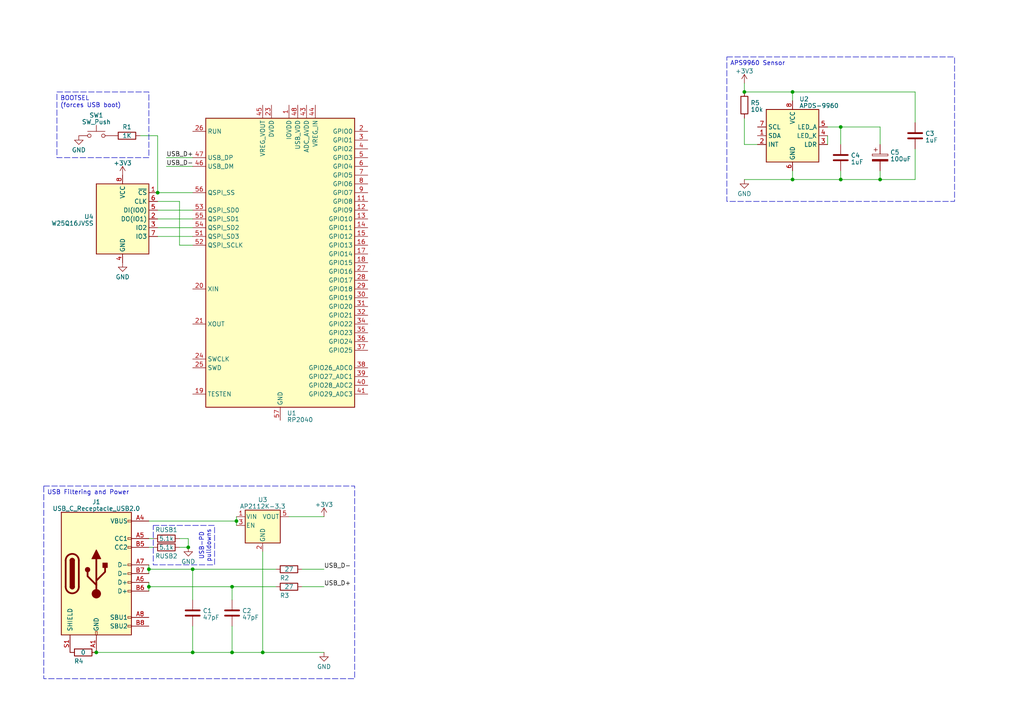
<source format=kicad_sch>
(kicad_sch (version 20230121) (generator eeschema)
  (paper "A4")
  (title_block (title "DesktopSensorHub") (date "2023-03-22") (rev "v1") (company "Cole Gerdemann") (comment 2 "https://creativecommons.org/licenses/by-sa/4.0/") (comment 3 "Released under the Creative Commons Attribution Share-Alike 4.0 License"))
  (lib_symbols
    (symbol "Connector:USB_C_Receptacle_USB2.0" (pin_names (offset 1.016))
      (property "Reference" "J" (at -10.16 19.05 0))
      (property "Value" "USB_C_Receptacle_USB2.0" (at 19.05 19.05 0))
      (symbol "USB_C_Receptacle_USB2.0_0_0"
        (rectangle (start -0.254 -17.78) (end 0.254 -16.764))
        (rectangle (start 10.16 -14.986) (end 9.144 -15.494))
        (rectangle (start 10.16 -12.446) (end 9.144 -12.954))
        (rectangle (start 10.16 -4.826) (end 9.144 -5.334))
        (rectangle (start 10.16 -2.286) (end 9.144 -2.794))
        (rectangle (start 10.16 0.254) (end 9.144 -0.254))
        (rectangle (start 10.16 2.794) (end 9.144 2.286))
        (rectangle (start 10.16 7.874) (end 9.144 7.366))
        (rectangle (start 10.16 10.414) (end 9.144 9.906))
        (rectangle (start 10.16 15.494) (end 9.144 14.986))
      )
      (symbol "USB_C_Receptacle_USB2.0_0_1"
        (rectangle (start -10.16 17.78) (end 10.16 -17.78) (stroke (width 0.254)) (fill (type background)))
        (arc (start -8.89 -3.81) (mid -6.985 -5.7067) (end -5.08 -3.81) (stroke (width 0.508)))
        (arc (start -7.62 -3.81) (mid -6.985 -4.4423) (end -6.35 -3.81) (stroke (width 0.254)))
        (arc (start -7.62 -3.81) (mid -6.985 -4.4423) (end -6.35 -3.81) (stroke (width 0.254)) (fill (type outline)))
        (rectangle (start -7.62 -3.81) (end -6.35 3.81) (stroke (width 0.254)) (fill (type outline)))
        (arc (start -6.35 3.81) (mid -6.985 4.4423) (end -7.62 3.81) (stroke (width 0.254)))
        (arc (start -6.35 3.81) (mid -6.985 4.4423) (end -7.62 3.81) (stroke (width 0.254)) (fill (type outline)))
        (arc (start -5.08 3.81) (mid -6.985 5.7067) (end -8.89 3.81) (stroke (width 0.508)))
        (circle (center -2.54 1.143) (radius 0.635) (stroke (width 0.254)) (fill (type outline)))
        (circle (center 0 -5.842) (radius 1.27) (fill (type outline)))
        (polyline (pts (xy -8.89 -3.81) (xy -8.89 3.81)) (stroke (width 0.508)))
        (polyline (pts (xy -5.08 3.81) (xy -5.08 -3.81)) (stroke (width 0.508)))
        (polyline (pts (xy 0 -5.842) (xy 0 4.318)) (stroke (width 0.508)))
        (polyline (pts (xy 0 -3.302) (xy -2.54 -0.762) (xy -2.54 0.508)) (stroke (width 0.508)))
        (polyline (pts (xy 0 -2.032) (xy 2.54 0.508) (xy 2.54 1.778)) (stroke (width 0.508)))
        (polyline (pts (xy -1.27 4.318) (xy 0 6.858) (xy 1.27 4.318) (xy -1.27 4.318)) (stroke (width 0.254)) (fill (type outline)))
        (rectangle (start 1.905 1.778) (end 3.175 3.048) (stroke (width 0.254)) (fill (type outline)))
      )
      (symbol "USB_C_Receptacle_USB2.0_1_1"
        (pin passive line (at 0 -22.86 90) (length 5.08) (name "GND") (number "A1"))
        (pin passive line (at 0 -22.86 90) (length 5.08) hide (name "GND") (number "A12"))
        (pin passive line (at 15.24 15.24 180) (length 5.08) (name "VBUS") (number "A4"))
        (pin bidirectional line (at 15.24 10.16 180) (length 5.08) (name "CC1") (number "A5"))
        (pin bidirectional line (at 15.24 -2.54 180) (length 5.08) (name "D+") (number "A6"))
        (pin bidirectional line (at 15.24 2.54 180) (length 5.08) (name "D-") (number "A7"))
        (pin bidirectional line (at 15.24 -12.7 180) (length 5.08) (name "SBU1") (number "A8"))
        (pin passive line (at 15.24 15.24 180) (length 5.08) hide (name "VBUS") (number "A9"))
        (pin passive line (at 0 -22.86 90) (length 5.08) hide (name "GND") (number "B1"))
        (pin passive line (at 0 -22.86 90) (length 5.08) hide (name "GND") (number "B12"))
        (pin passive line (at 15.24 15.24 180) (length 5.08) hide (name "VBUS") (number "B4"))
        (pin bidirectional line (at 15.24 7.62 180) (length 5.08) (name "CC2") (number "B5"))
        (pin bidirectional line (at 15.24 -5.08 180) (length 5.08) (name "D+") (number "B6"))
        (pin bidirectional line (at 15.24 0 180) (length 5.08) (name "D-") (number "B7"))
        (pin bidirectional line (at 15.24 -15.24 180) (length 5.08) (name "SBU2") (number "B8"))
        (pin passive line (at 15.24 15.24 180) (length 5.08) hide (name "VBUS") (number "B9"))
        (pin passive line (at -7.62 -22.86 90) (length 5.08) (name "SHIELD") (number "S1"))
      )
    )
    (symbol "Device:C" (pin_numbers hide) (pin_names (offset 0.254))
      (property "Reference" "C" (at 0.635 2.54 0))
      (property "Value" "C" (at 0.635 -2.54 0))
      (symbol "C_0_1"
        (polyline (pts (xy -2.032 -0.762) (xy 2.032 -0.762)) (stroke (width 0.508)))
        (polyline (pts (xy -2.032 0.762) (xy 2.032 0.762)) (stroke (width 0.508)))
      )
      (symbol "C_1_1"
        (pin passive line (at 0 3.81 270) (length 2.794) (name "~") (number "1"))
        (pin passive line (at 0 -3.81 90) (length 2.794) (name "~") (number "2"))
      )
    )
    (symbol "Device:C_Polarized" (pin_numbers hide) (pin_names (offset 0.254))
      (property "Reference" "C" (at 0.635 2.54 0))
      (property "Value" "C_Polarized" (at 0.635 -2.54 0))
      (symbol "C_Polarized_0_1"
        (rectangle (start -2.286 0.508) (end 2.286 1.016))
        (polyline (pts (xy -1.778 2.286) (xy -0.762 2.286)))
        (polyline (pts (xy -1.27 2.794) (xy -1.27 1.778)))
        (rectangle (start 2.286 -0.508) (end -2.286 -1.016) (fill (type outline)))
      )
      (symbol "C_Polarized_1_1"
        (pin passive line (at 0 3.81 270) (length 2.794) (name "~") (number "1"))
        (pin passive line (at 0 -3.81 90) (length 2.794) (name "~") (number "2"))
      )
    )
    (symbol "Device:R" (pin_numbers hide) (pin_names (offset 0))
      (property "Reference" "R" (at 2.032 0 90))
      (property "Value" "R" (at 0 0 90))
      (symbol "R_0_1"
        (rectangle (start -1.016 -2.54) (end 1.016 2.54) (stroke (width 0.254)))
      )
      (symbol "R_1_1"
        (pin passive line (at 0 3.81 270) (length 1.27) (name "~") (number "1"))
        (pin passive line (at 0 -3.81 90) (length 1.27) (name "~") (number "2"))
      )
    )
    (symbol "MCU_RaspberryPi:RP2040"
      (property "Reference" "U" (at 17.78 45.72 0))
      (property "Value" "RP2040" (at 17.78 43.18 0))
      (symbol "RP2040_0_1"
        (rectangle (start -21.59 41.91) (end 21.59 -41.91) (stroke (width 0.254)) (fill (type background)))
      )
      (symbol "RP2040_1_1"
        (pin power_in line (at 2.54 45.72 270) (length 3.81) (name "IOVDD") (number "1"))
        (pin passive line (at 2.54 45.72 270) (length 3.81) hide (name "IOVDD") (number "10"))
        (pin bidirectional line (at 25.4 17.78 180) (length 3.81) (name "GPIO8") (number "11"))
        (pin bidirectional line (at 25.4 15.24 180) (length 3.81) (name "GPIO9") (number "12"))
        (pin bidirectional line (at 25.4 12.7 180) (length 3.81) (name "GPIO10") (number "13"))
        (pin bidirectional line (at 25.4 10.16 180) (length 3.81) (name "GPIO11") (number "14"))
        (pin bidirectional line (at 25.4 7.62 180) (length 3.81) (name "GPIO12") (number "15"))
        (pin bidirectional line (at 25.4 5.08 180) (length 3.81) (name "GPIO13") (number "16"))
        (pin bidirectional line (at 25.4 2.54 180) (length 3.81) (name "GPIO14") (number "17"))
        (pin bidirectional line (at 25.4 0 180) (length 3.81) (name "GPIO15") (number "18"))
        (pin input line (at -25.4 -38.1 0) (length 3.81) (name "TESTEN") (number "19"))
        (pin bidirectional line (at 25.4 38.1 180) (length 3.81) (name "GPIO0") (number "2"))
        (pin input line (at -25.4 -7.62 0) (length 3.81) (name "XIN") (number "20"))
        (pin passive line (at -25.4 -17.78 0) (length 3.81) (name "XOUT") (number "21"))
        (pin passive line (at 2.54 45.72 270) (length 3.81) hide (name "IOVDD") (number "22"))
        (pin power_in line (at -2.54 45.72 270) (length 3.81) (name "DVDD") (number "23"))
        (pin output line (at -25.4 -27.94 0) (length 3.81) (name "SWCLK") (number "24"))
        (pin bidirectional line (at -25.4 -30.48 0) (length 3.81) (name "SWD") (number "25"))
        (pin input line (at -25.4 38.1 0) (length 3.81) (name "RUN") (number "26"))
        (pin bidirectional line (at 25.4 -2.54 180) (length 3.81) (name "GPIO16") (number "27"))
        (pin bidirectional line (at 25.4 -5.08 180) (length 3.81) (name "GPIO17") (number "28"))
        (pin bidirectional line (at 25.4 -7.62 180) (length 3.81) (name "GPIO18") (number "29"))
        (pin bidirectional line (at 25.4 35.56 180) (length 3.81) (name "GPIO1") (number "3"))
        (pin bidirectional line (at 25.4 -10.16 180) (length 3.81) (name "GPIO19") (number "30"))
        (pin bidirectional line (at 25.4 -12.7 180) (length 3.81) (name "GPIO20") (number "31"))
        (pin bidirectional line (at 25.4 -15.24 180) (length 3.81) (name "GPIO21") (number "32"))
        (pin passive line (at 2.54 45.72 270) (length 3.81) hide (name "IOVDD") (number "33"))
        (pin bidirectional line (at 25.4 -17.78 180) (length 3.81) (name "GPIO22") (number "34"))
        (pin bidirectional line (at 25.4 -20.32 180) (length 3.81) (name "GPIO23") (number "35"))
        (pin bidirectional line (at 25.4 -22.86 180) (length 3.81) (name "GPIO24") (number "36"))
        (pin bidirectional line (at 25.4 -25.4 180) (length 3.81) (name "GPIO25") (number "37"))
        (pin bidirectional line (at 25.4 -30.48 180) (length 3.81) (name "GPIO26_ADC0") (number "38"))
        (pin bidirectional line (at 25.4 -33.02 180) (length 3.81) (name "GPIO27_ADC1") (number "39"))
        (pin bidirectional line (at 25.4 33.02 180) (length 3.81) (name "GPIO2") (number "4"))
        (pin bidirectional line (at 25.4 -35.56 180) (length 3.81) (name "GPIO28_ADC2") (number "40"))
        (pin bidirectional line (at 25.4 -38.1 180) (length 3.81) (name "GPIO29_ADC3") (number "41"))
        (pin passive line (at 2.54 45.72 270) (length 3.81) hide (name "IOVDD") (number "42"))
        (pin power_in line (at 7.62 45.72 270) (length 3.81) (name "ADC_AVDD") (number "43"))
        (pin power_in line (at 10.16 45.72 270) (length 3.81) (name "VREG_IN") (number "44"))
        (pin power_out line (at -5.08 45.72 270) (length 3.81) (name "VREG_VOUT") (number "45"))
        (pin bidirectional line (at -25.4 27.94 0) (length 3.81) (name "USB_DM") (number "46"))
        (pin bidirectional line (at -25.4 30.48 0) (length 3.81) (name "USB_DP") (number "47"))
        (pin power_in line (at 5.08 45.72 270) (length 3.81) (name "USB_VDD") (number "48"))
        (pin passive line (at 2.54 45.72 270) (length 3.81) hide (name "IOVDD") (number "49"))
        (pin bidirectional line (at 25.4 30.48 180) (length 3.81) (name "GPIO3") (number "5"))
        (pin passive line (at -2.54 45.72 270) (length 3.81) hide (name "DVDD") (number "50"))
        (pin bidirectional line (at -25.4 7.62 0) (length 3.81) (name "QSPI_SD3") (number "51"))
        (pin output line (at -25.4 5.08 0) (length 3.81) (name "QSPI_SCLK") (number "52"))
        (pin bidirectional line (at -25.4 15.24 0) (length 3.81) (name "QSPI_SD0") (number "53"))
        (pin bidirectional line (at -25.4 10.16 0) (length 3.81) (name "QSPI_SD2") (number "54"))
        (pin bidirectional line (at -25.4 12.7 0) (length 3.81) (name "QSPI_SD1") (number "55"))
        (pin bidirectional line (at -25.4 20.32 0) (length 3.81) (name "QSPI_SS") (number "56"))
        (pin power_in line (at 0 -45.72 90) (length 3.81) (name "GND") (number "57"))
        (pin bidirectional line (at 25.4 27.94 180) (length 3.81) (name "GPIO4") (number "6"))
        (pin bidirectional line (at 25.4 25.4 180) (length 3.81) (name "GPIO5") (number "7"))
        (pin bidirectional line (at 25.4 22.86 180) (length 3.81) (name "GPIO6") (number "8"))
        (pin bidirectional line (at 25.4 20.32 180) (length 3.81) (name "GPIO7") (number "9"))
      )
    )
    (symbol "Regulator_Linear:AP2112K-3.3" (pin_names (offset 0.254))
      (property "Reference" "U" (at -5.08 5.715 0))
      (property "Value" "AP2112K-3.3" (at 0 5.715 0))
      (symbol "AP2112K-3.3_0_1"
        (rectangle (start -5.08 4.445) (end 5.08 -5.08) (stroke (width 0.254)) (fill (type background)))
      )
      (symbol "AP2112K-3.3_1_1"
        (pin power_in line (at -7.62 2.54 0) (length 2.54) (name "VIN") (number "1"))
        (pin power_in line (at 0 -7.62 90) (length 2.54) (name "GND") (number "2"))
        (pin input line (at -7.62 0 0) (length 2.54) (name "EN") (number "3"))
        (pin no_connect line (at 5.08 0 180) (length 2.54) hide (name "NC") (number "4"))
        (pin power_out line (at 7.62 2.54 180) (length 2.54) (name "VOUT") (number "5"))
      )
    )
    (symbol "Sensor:APDS-9960"
      (property "Reference" "U" (at -5.08 8.89 0))
      (property "Value" "APDS-9960" (at 6.35 8.89 0))
      (symbol "APDS-9960_0_1"
        (rectangle (start -7.62 7.62) (end 7.62 -7.62) (stroke (width 0.254)) (fill (type background)))
      )
      (symbol "APDS-9960_1_1"
        (pin bidirectional line (at -10.16 0 0) (length 2.54) (name "SDA") (number "1"))
        (pin open_collector line (at -10.16 -2.54 0) (length 2.54) (name "INT") (number "2"))
        (pin passive line (at 10.16 -2.54 180) (length 2.54) (name "LDR") (number "3"))
        (pin passive line (at 10.16 0 180) (length 2.54) (name "LED_K") (number "4"))
        (pin passive line (at 10.16 2.54 180) (length 2.54) (name "LED_A") (number "5"))
        (pin power_in line (at 0 -10.16 90) (length 2.54) (name "GND") (number "6"))
        (pin input line (at -10.16 2.54 0) (length 2.54) (name "SCL") (number "7"))
        (pin power_in line (at 0 10.16 270) (length 2.54) (name "VCC") (number "8"))
      )
    )
    (symbol "Switch:SW_Push" (pin_numbers hide) (pin_names (offset 1.016) hide)
      (property "Reference" "SW" (at 1.27 2.54 0))
      (property "Value" "SW_Push" (at 0 -1.524 0))
      (symbol "SW_Push_0_1"
        (circle (center -2.032 0) (radius 0.508))
        (polyline (pts (xy 0 1.27) (xy 0 3.048)))
        (polyline (pts (xy 2.54 1.27) (xy -2.54 1.27)))
        (circle (center 2.032 0) (radius 0.508))
        (pin passive line (at -5.08 0 0) (length 2.54) (name "1") (number "1"))
        (pin passive line (at 5.08 0 180) (length 2.54) (name "2") (number "2"))
      )
    )
    (symbol "W25Q16JVSS:W25Q16JVSS"
      (property "Reference" "U" (at -6.35 11.43 0))
      (property "Value" "W25Q16JVSS" (at 7.62 11.43 0))
      (symbol "W25Q16JVSS_0_1"
        (rectangle (start -7.62 10.16) (end 7.62 -10.16) (stroke (width 0.254)) (fill (type background)))
      )
      (symbol "W25Q16JVSS_1_1"
        (pin input line (at -10.16 7.62 0) (length 2.54) (name "~{CS}") (number "1"))
        (pin bidirectional line (at -10.16 0 0) (length 2.54) (name "DO(IO1)") (number "2"))
        (pin bidirectional line (at -10.16 -2.54 0) (length 2.54) (name "IO2") (number "3"))
        (pin power_in line (at 0 -12.7 90) (length 2.54) (name "GND") (number "4"))
        (pin bidirectional line (at -10.16 2.54 0) (length 2.54) (name "DI(IO0)") (number "5"))
        (pin input line (at -10.16 5.08 0) (length 2.54) (name "CLK") (number "6"))
        (pin bidirectional line (at -10.16 -5.08 0) (length 2.54) (name "IO3") (number "7"))
        (pin power_in line (at 0 12.7 270) (length 2.54) (name "VCC") (number "8"))
      )
    )
    (symbol "power:+3V3" (power) (pin_names (offset 0))
      (property "Value" "+3V3" (at 0 3.556 0))
      (symbol "+3V3_0_1"
        (polyline (pts (xy -0.762 1.27) (xy 0 2.54)))
        (polyline (pts (xy 0 0) (xy 0 2.54)))
        (polyline (pts (xy 0 2.54) (xy 0.762 1.27)))
      )
      (symbol "+3V3_1_1"
        (pin power_in line (at 0 0 90) (length 0) hide (name "+3V3") (number "1"))
      )
    )
    (symbol "power:GND" (power) (pin_names (offset 0))
      (property "Value" "GND" (at 0 -3.81 0))
      (symbol "GND_0_1"
        (polyline (pts (xy 0 0) (xy 0 -1.27) (xy 1.27 -1.27) (xy 0 -2.54) (xy -1.27 -1.27) (xy 0 -1.27)))
      )
      (symbol "GND_1_1"
        (pin power_in line (at 0 0 270) (length 0) hide (name "GND") (number "1"))
      )
    )
  )
  (junction (at 229.87 26.67))
  (junction (at 55.88 189.23))
  (junction (at 67.31 170.18))
  (junction (at 68.58 151.13))
  (junction (at 67.31 189.23))
  (junction (at 255.27 52.07))
  (junction (at 243.84 36.83))
  (junction (at 54.61 158.75))
  (junction (at 27.94 189.23))
  (junction (at 45.72 55.88))
  (junction (at 55.88 165.1))
  (junction (at 76.2 189.23))
  (junction (at 229.87 52.07))
  (junction (at 243.84 52.07))
  (junction (at 43.18 170.18))
  (junction (at 43.18 165.1))
  (junction (at 215.9 26.67))
  (wire (pts (xy 76.2 160.02) (xy 76.2 189.23)))
  (wire (pts (xy 219.71 41.91) (xy 215.9 41.91)))
  (wire (pts (xy 240.03 36.83) (xy 243.84 36.83)))
  (wire (pts (xy 55.88 165.1) (xy 80.01 165.1)))
  (wire (pts (xy 83.82 149.86) (xy 93.98 149.86)))
  (wire (pts (xy 54.61 156.21) (xy 54.61 158.75)))
  (wire (pts (xy 265.43 52.07) (xy 265.43 43.18)))
  (wire (pts (xy 67.31 181.61) (xy 67.31 189.23)))
  (wire (pts (xy 76.2 189.23) (xy 67.31 189.23)))
  (wire (pts (xy 43.18 165.1) (xy 43.18 166.37)))
  (wire (pts (xy 229.87 52.07) (xy 243.84 52.07)))
  (wire (pts (xy 45.72 39.37) (xy 45.72 55.88)))
  (wire (pts (xy 52.07 158.75) (xy 54.61 158.75)))
  (wire (pts (xy 55.88 189.23) (xy 67.31 189.23)))
  (wire (pts (xy 45.72 63.5) (xy 55.88 63.5)))
  (wire (pts (xy 243.84 49.53) (xy 243.84 52.07)))
  (wire (pts (xy 93.98 165.1) (xy 87.63 165.1)))
  (wire (pts (xy 45.72 55.88) (xy 55.88 55.88)))
  (wire (pts (xy 93.98 189.23) (xy 76.2 189.23)))
  (wire (pts (xy 27.94 189.23) (xy 55.88 189.23)))
  (wire (pts (xy 45.72 66.04) (xy 55.88 66.04)))
  (wire (pts (xy 265.43 26.67) (xy 265.43 35.56)))
  (wire (pts (xy 43.18 170.18) (xy 43.18 171.45)))
  (wire (pts (xy 68.58 151.13) (xy 68.58 152.4)))
  (wire (pts (xy 43.18 168.91) (xy 43.18 170.18)))
  (wire (pts (xy 52.07 58.42) (xy 52.07 71.12)))
  (wire (pts (xy 43.18 151.13) (xy 68.58 151.13)))
  (wire (pts (xy 68.58 149.86) (xy 68.58 151.13)))
  (wire (pts (xy 55.88 165.1) (xy 55.88 173.99)))
  (wire (pts (xy 40.64 39.37) (xy 45.72 39.37)))
  (wire (pts (xy 229.87 29.21) (xy 229.87 26.67)))
  (wire (pts (xy 240.03 39.37) (xy 240.03 41.91)))
  (wire (pts (xy 43.18 170.18) (xy 67.31 170.18)))
  (wire (pts (xy 229.87 26.67) (xy 265.43 26.67)))
  (wire (pts (xy 43.18 165.1) (xy 55.88 165.1)))
  (wire (pts (xy 43.18 156.21) (xy 44.45 156.21)))
  (wire (pts (xy 67.31 170.18) (xy 67.31 173.99)))
  (wire (pts (xy 243.84 36.83) (xy 243.84 41.91)))
  (wire (pts (xy 52.07 71.12) (xy 55.88 71.12)))
  (wire (pts (xy 215.9 52.07) (xy 229.87 52.07)))
  (wire (pts (xy 255.27 49.53) (xy 255.27 52.07)))
  (wire (pts (xy 45.72 68.58) (xy 55.88 68.58)))
  (wire (pts (xy 48.26 45.72) (xy 55.88 45.72)))
  (wire (pts (xy 43.18 158.75) (xy 44.45 158.75)))
  (wire (pts (xy 243.84 52.07) (xy 255.27 52.07)))
  (wire (pts (xy 52.07 156.21) (xy 54.61 156.21)))
  (wire (pts (xy 255.27 41.91) (xy 255.27 36.83)))
  (wire (pts (xy 215.9 24.13) (xy 215.9 26.67)))
  (wire (pts (xy 215.9 41.91) (xy 215.9 34.29)))
  (wire (pts (xy 255.27 52.07) (xy 265.43 52.07)))
  (wire (pts (xy 87.63 170.18) (xy 93.98 170.18)))
  (wire (pts (xy 55.88 181.61) (xy 55.88 189.23)))
  (wire (pts (xy 43.18 163.83) (xy 43.18 165.1)))
  (wire (pts (xy 215.9 26.67) (xy 229.87 26.67)))
  (wire (pts (xy 67.31 170.18) (xy 80.01 170.18)))
  (wire (pts (xy 45.72 58.42) (xy 52.07 58.42)))
  (wire (pts (xy 45.72 60.96) (xy 55.88 60.96)))
  (wire (pts (xy 48.26 48.26) (xy 55.88 48.26)))
  (wire (pts (xy 255.27 36.83) (xy 243.84 36.83)))
  (wire (pts (xy 229.87 49.53) (xy 229.87 52.07)))
  (text_box "USB Filtering and Power" (at 12.7 140.97 0) (size 90.17 55.88) (stroke (width 0) (type dash)) (effects (font (size 1.27 1.27)) (justify left top)))
  (text_box "APS9960 Sensor" (at 210.82 16.51 0) (size 66.04 41.91) (stroke (width 0) (type dash)) (effects (font (size 1.27 1.27)) (justify left top)))
  (text_box "BOOTSEL\n(forces USB boot)" (at 16.51 26.67 0) (size 26.67 19.05) (stroke (width 0) (type dash)) (effects (font (size 1.27 1.27)) (justify left top)))
  (text_box "USB-PD pulldowns" (at 44.45 152.4 90) (size 17.78 11.43) (stroke (width 0) (type dash)) (effects (font (size 1.27 1.27)) (justify bottom)))
  (label "USB_D-" (at 48.26 48.26 0))
  (label "USB_D+" (at 93.98 170.18 0))
  (label "USB_D+" (at 48.26 45.72 0))
  (label "USB_D-" (at 93.98 165.1 0))
  (symbol (lib_id "Device:R") (at 83.82 170.18 90) (unit 1)
    (property "Reference" "R3" (at 82.55 172.72 90))
    (property "Value" "27" (at 83.82 170.18 90))
    (property "Power" "50mW" (effects hide))
    (property "Tolerance" "1%" (effects hide))
  )
  (symbol (lib_id "power:GND") (at 215.9 52.07 0) (unit 1)
    (property "Reference" "#PWR08" (effects hide))
    (property "Value" "GND" (at 215.9 56.2055 0))
  )
  (symbol (lib_id "MCU_RaspberryPi:RP2040") (at 81.28 76.2 0) (unit 1)
    (property "Reference" "U1" (at 83.2359 119.8325 0) (effects (justify left)))
    (property "Value" "RP2040" (at 83.2359 121.7535 0) (effects (justify left)))
    (property "Footprint" "Package_DFN_QFN:QFN-56-1EP_7x7mm_P0.4mm_EP3.2x3.2mm" (effects hide))
    (property "Datasheet" "https://datasheets.raspberrypi.com/rp2040/rp2040-datasheet.pdf" (effects hide))
  )
  (symbol (lib_id "Regulator_Linear:AP2112K-3.3") (at 76.2 152.4 0) (unit 1)
    (property "Reference" "U3" (at 76.2 144.9451 0))
    (property "Value" "AP2112K-3.3" (at 76.2 146.8661 0))
    (property "Footprint" "Package_TO_SOT_SMD:SOT-23-5" (effects hide))
    (property "Datasheet" "https://www.diodes.com/assets/Datasheets/AP2112.pdf" (effects hide))
  )
  (symbol (lib_id "Device:R") (at 83.82 165.1 90) (unit 1)
    (property "Reference" "R2" (at 82.55 167.64 90))
    (property "Value" "27" (at 83.82 165.1 90))
    (property "Power" "50mW" (effects hide))
    (property "Tolerance" "1%" (effects hide))
  )
  (symbol (lib_id "Device:R") (at 48.26 158.75 90) (unit 1)
    (property "Reference" "RUSB2" (at 48.26 161.29 90))
    (property "Value" "5.1k" (at 48.26 158.75 90))
  )
  (symbol (lib_id "power:+3V3") (at 215.9 24.13 0) (unit 1)
    (property "Reference" "#PWR07" (effects hide))
    (property "Value" "+3V3" (at 215.9 20.6281 0))
  )
  (symbol (lib_id "power:GND") (at 22.86 39.37 0) (unit 1)
    (property "Reference" "#PWR01" (effects hide))
    (property "Value" "GND" (at 22.86 43.5055 0))
  )
  (symbol (lib_id "Device:C") (at 243.84 45.72 0) (unit 1)
    (property "Reference" "C4" (at 246.761 45.0763 0) (effects (justify left)))
    (property "Value" "1uF" (at 246.761 46.9973 0) (effects (justify left)))
  )
  (symbol (lib_id "Switch:SW_Push") (at 27.94 39.37 0) (unit 1)
    (property "Reference" "SW1" (at 27.94 33.4391 0))
    (property "Value" "SW_Push" (at 27.94 35.3601 0))
  )
  (symbol (lib_id "Device:C") (at 265.43 39.37 0) (unit 1)
    (property "Reference" "C3" (at 268.351 38.7263 0) (effects (justify left)))
    (property "Value" "1uF" (at 268.351 40.6473 0) (effects (justify left)))
  )
  (symbol (lib_id "Device:C") (at 67.31 177.8 0) (unit 1)
    (property "Reference" "C2" (at 70.231 177.1563 0) (effects (justify left)))
    (property "Value" "47pF" (at 70.231 179.0773 0) (effects (justify left)))
  )
  (symbol (lib_id "Sensor:APDS-9960") (at 229.87 39.37 0) (unit 1)
    (property "Reference" "U2" (at 231.8259 28.7401 0) (effects (justify left)))
    (property "Value" "APDS-9960" (at 231.8259 30.6611 0) (effects (justify left)))
    (property "Footprint" "Sensor:Avago_APDS-9960" (effects hide))
    (property "Datasheet" "https://docs.broadcom.com/doc/AV02-4191EN" (effects hide))
  )
  (symbol (lib_id "power:GND") (at 54.61 158.75 0) (unit 1)
    (property "Reference" "#PWR04" (effects hide))
    (property "Value" "GND" (at 54.61 162.8855 0))
  )
  (symbol (lib_id "Device:R") (at 24.13 189.23 90) (unit 1)
    (property "Reference" "R4" (at 22.86 191.77 90))
    (property "Value" "0" (at 24.13 189.23 90))
  )
  (symbol (lib_id "Device:R") (at 215.9 30.48 0) (unit 1)
    (property "Reference" "R5" (at 217.678 29.8363 0) (effects (justify left)))
    (property "Value" "10k" (at 217.678 31.7573 0) (effects (justify left)))
  )
  (symbol (lib_id "Connector:USB_C_Receptacle_USB2.0") (at 27.94 166.37 0) (unit 1)
    (property "Reference" "J1" (at 27.94 145.5801 0))
    (property "Value" "USB_C_Receptacle_USB2.0" (at 27.94 147.5011 0))
    (property "Datasheet" "https://www.usb.org/sites/default/files/documents/usb_type-c.zip" (effects hide))
  )
  (symbol (lib_id "power:GND") (at 35.56 76.2 0) (unit 1)
    (property "Reference" "#PWR03" (effects hide))
    (property "Value" "GND" (at 35.56 80.3355 0))
  )
  (symbol (lib_id "W25Q16JVSS:W25Q16JVSS") (at 35.56 63.5 0) (mirror y) (unit 1)
    (property "Reference" "U4" (at 27.178 62.8563 0) (effects (justify left)))
    (property "Value" "W25Q16JVSS" (at 27.178 64.7773 0) (effects (justify left)))
    (property "Footprint" "Package_SO:SOIC-8_5.23x5.23mm_P1.27mm" (effects hide))
    (property "Datasheet" "https://www.winbond.com/resource-files/w25q16jv%20spi%20revg%2003222018%20plus.pdf" (effects hide))
  )
  (symbol (lib_id "Device:C_Polarized") (at 255.27 45.72 0) (unit 1)
    (property "Reference" "C5" (at 258.191 44.1873 0) (effects (justify left)))
    (property "Value" "100uF" (at 258.191 46.1083 0) (effects (justify left)))
  )
  (symbol (lib_id "Device:C") (at 55.88 177.8 0) (unit 1)
    (property "Reference" "C1" (at 58.801 177.1563 0) (effects (justify left)))
    (property "Value" "47pF" (at 58.801 179.0773 0) (effects (justify left)))
  )
  (symbol (lib_id "power:+3V3") (at 35.56 50.8 0) (unit 1)
    (property "Reference" "#PWR02" (effects hide))
    (property "Value" "+3V3" (at 35.56 47.2981 0))
  )
  (symbol (lib_id "power:GND") (at 93.98 189.23 0) (unit 1)
    (property "Reference" "#PWR05" (effects hide))
    (property "Value" "GND" (at 93.98 193.3655 0))
  )
  (symbol (lib_id "Device:R") (at 36.83 39.37 270) (unit 1)
    (property "Reference" "R1" (at 36.83 36.83 90))
    (property "Value" "1K" (at 36.83 39.37 90))
    (property "Power" "63mW" (effects hide))
    (property "Tolerance" "1%" (effects hide))
  )
  (symbol (lib_id "Device:R") (at 48.26 156.21 90) (unit 1)
    (property "Reference" "RUSB1" (at 48.26 153.67 90))
    (property "Value" "5.1k" (at 48.26 156.21 90))
  )
  (symbol (lib_id "power:+3V3") (at 93.98 149.86 0) (unit 1)
    (property "Reference" "#PWR06" (effects hide))
    (property "Value" "+3V3" (at 93.98 146.3581 0))
  )
)
</source>
